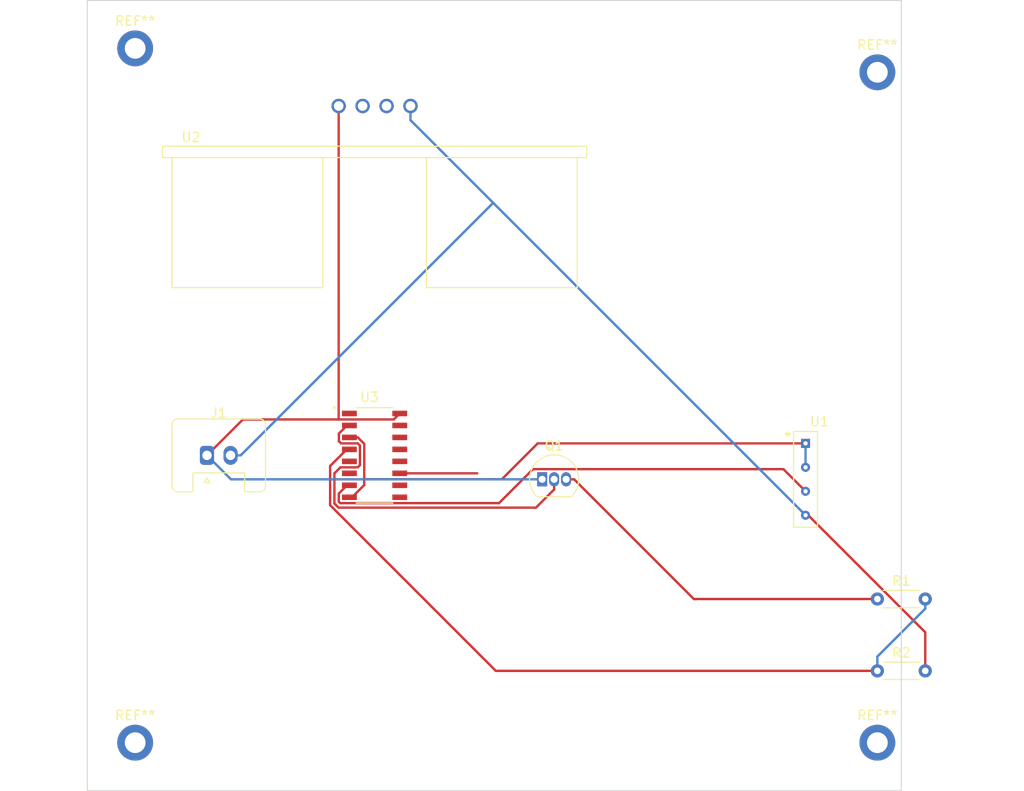
<source format=kicad_pcb>
(kicad_pcb (version 20211014) (generator pcbnew)
  (layers (0 "F.Cu" signal) (31 "B.Cu" signal) (34 "B.Paste" user) (35 "F.Paste" user) (36 "B.SilkS" user "B.Silkscreen") (37 "F.SilkS" user "F.Silkscreen") (38 "B.Mask" user) (39 "F.Mask" user) (44 "Edge.Cuts" user))
  (net 0 "")
  (net 1 "Net-(J1-Pad1)")
  (net 2 "Net-(J1-Pad2)")
  (net 3 "Net-(Q1-Pad2)")
  (net 4 "Net-(Q1-Pad3)")
  (net 5 "Net-(R1-Pad2)")
  (net 6 "Net-(U1-Pad1)")
  (net 7 "Net-(U1-Pad3)")
  (net 8 "Net-(U2-Pad2)")
  (net 9 "Net-(U2-Pad3)")
  (net 15 "Net-(U3-Pad11)")
  (net 16 "Net-(U3-Pad12)")
  (footprint "Resistor_THT:R_Axial_DIN0204_L3.6mm_D1.6mm_P5.08mm_Horizontal" (layer "F.Cu") (at 165.1 109.22)
    (fp_text reference "R2" (at 2.54 -1.92) (layer "F.SilkS"))
    (fp_text value "R")
    (fp_line (start 0.62 0.92) (end 4.46 0.92) (layer "F.SilkS") (width 0.12))
    (fp_line (start 0.62 -0.92) (end 4.46 -0.92) (layer "F.SilkS") (width 0.12))
    (pad "1" thru_hole circle (at 0 0) (size 1.4 1.4) (drill 0.7) (layers *.Cu *.Mask) (net 5 "Net-(R1-Pad2)"))
    (pad "2" thru_hole oval (at 5.08 0) (size 1.4 1.4) (drill 0.7) (layers *.Cu *.Mask) (net 2 "Net-(J1-Pad2)"))
  )
  (footprint "MountingHole:MountingHole_2.2mm_M2_DIN965_Pad" (layer "F.Cu") (at 86.36 43.18)
    (fp_text reference "REF**" (at 0 -2.9) (layer "F.SilkS"))
    (fp_text value "MountingHole_2.2mm_M2_DIN965_Pad")
    (pad "1" thru_hole circle (at 0 0) (size 3.8 3.8) (drill 2.2) (layers *.Cu *.Mask))
  )
  (footprint "MountingHole:MountingHole_2.2mm_M2_DIN965_Pad" (layer "F.Cu") (at 165.1 45.72)
    (fp_text reference "REF**" (at 0 -2.9) (layer "F.SilkS"))
    (fp_text value "MountingHole_2.2mm_M2_DIN965_Pad")
    (pad "1" thru_hole circle (at 0 0) (size 3.8 3.8) (drill 2.2) (layers *.Cu *.Mask))
  )
  (footprint "MountingHole:MountingHole_2.2mm_M2_DIN965_Pad" (layer "F.Cu") (at 165.1 116.84)
    (fp_text reference "REF**" (at 0 -2.9) (layer "F.SilkS"))
    (fp_text value "MountingHole_2.2mm_M2_DIN965_Pad")
    (pad "1" thru_hole circle (at 0 0) (size 3.8 3.8) (drill 2.2) (layers *.Cu *.Mask))
  )
  (footprint "Resistor_THT:R_Axial_DIN0204_L3.6mm_D1.6mm_P5.08mm_Horizontal" (layer "F.Cu") (at 165.1 101.6)
    (fp_text reference "R1" (at 2.54 -1.92) (layer "F.SilkS"))
    (fp_text value "R")
    (fp_line (start 0.62 0.92) (end 4.46 0.92) (layer "F.SilkS") (width 0.12))
    (fp_line (start 0.62 -0.92) (end 4.46 -0.92) (layer "F.SilkS") (width 0.12))
    (pad "1" thru_hole circle (at 0 0) (size 1.4 1.4) (drill 0.7) (layers *.Cu *.Mask) (net 4 "Net-(Q1-Pad3)"))
    (pad "2" thru_hole oval (at 5.08 0) (size 1.4 1.4) (drill 0.7) (layers *.Cu *.Mask) (net 5 "Net-(R1-Pad2)"))
  )
  (footprint "HX711:SOP127P600X180-16N" (layer "F.Cu") (at 111.76 86.36)
    (fp_text reference "U3" (at -0.535 -6.172) (layer "F.SilkS"))
    (fp_text value "HX711")
    (fp_line (start -1.95 -5.06) (end 1.95 -5.06) (layer "F.SilkS") (width 0.127))
    (fp_line (start -1.95 5.06) (end 1.95 5.06) (layer "F.SilkS") (width 0.127))
    (fp_circle (center -4.25 -5.035) (end -4.15 -5.035) (layer "F.SilkS") (width 0.2) (fill none))
    (pad "1" smd roundrect locked (at -2.67 -4.445) (size 1.58 0.59) (layers "F.Cu" "F.Paste" "F.Mask") (roundrect_rratio 0.07))
    (pad "2" smd roundrect locked (at -2.67 -3.175) (size 1.58 0.59) (layers "F.Cu" "F.Paste" "F.Mask") (roundrect_rratio 0.07) (net 3 "Net-(Q1-Pad2)"))
    (pad "3" smd roundrect locked (at -2.67 -1.905) (size 1.58 0.59) (layers "F.Cu" "F.Paste" "F.Mask") (roundrect_rratio 0.07) (net 6 "Net-(U1-Pad1)"))
    (pad "4" smd roundrect locked (at -2.67 -0.635) (size 1.58 0.59) (layers "F.Cu" "F.Paste" "F.Mask") (roundrect_rratio 0.07) (net 5 "Net-(R1-Pad2)"))
    (pad "5" smd roundrect locked (at -2.67 0.635) (size 1.58 0.59) (layers "F.Cu" "F.Paste" "F.Mask") (roundrect_rratio 0.07))
    (pad "6" smd roundrect locked (at -2.67 1.905) (size 1.58 0.59) (layers "F.Cu" "F.Paste" "F.Mask") (roundrect_rratio 0.07))
    (pad "7" smd roundrect locked (at -2.67 3.175) (size 1.58 0.59) (layers "F.Cu" "F.Paste" "F.Mask") (roundrect_rratio 0.07) (net 7 "Net-(U1-Pad3)"))
    (pad "8" smd roundrect locked (at -2.67 4.445) (size 1.58 0.59) (layers "F.Cu" "F.Paste" "F.Mask") (roundrect_rratio 0.07) (net 6 "Net-(U1-Pad1)"))
    (pad "9" smd roundrect locked (at 2.67 4.445) (size 1.58 0.59) (layers "F.Cu" "F.Paste" "F.Mask") (roundrect_rratio 0.07))
    (pad "10" smd roundrect locked (at 2.67 3.175) (size 1.58 0.59) (layers "F.Cu" "F.Paste" "F.Mask") (roundrect_rratio 0.07))
    (pad "11" smd roundrect locked (at 2.67 1.905) (size 1.58 0.59) (layers "F.Cu" "F.Paste" "F.Mask") (roundrect_rratio 0.07) (net 15 "Net-(U3-Pad11)"))
    (pad "12" smd roundrect locked (at 2.67 0.635) (size 1.58 0.59) (layers "F.Cu" "F.Paste" "F.Mask") (roundrect_rratio 0.07) (net 16 "Net-(U3-Pad12)"))
    (pad "13" smd roundrect locked (at 2.67 -0.635) (size 1.58 0.59) (layers "F.Cu" "F.Paste" "F.Mask") (roundrect_rratio 0.07))
    (pad "14" smd roundrect locked (at 2.67 -1.905) (size 1.58 0.59) (layers "F.Cu" "F.Paste" "F.Mask") (roundrect_rratio 0.07))
    (pad "15" smd roundrect locked (at 2.67 -3.175) (size 1.58 0.59) (layers "F.Cu" "F.Paste" "F.Mask") (roundrect_rratio 0.07))
    (pad "16" smd roundrect locked (at 2.67 -4.445) (size 1.58 0.59) (layers "F.Cu" "F.Paste" "F.Mask") (roundrect_rratio 0.07) (net 1 "Net-(J1-Pad1)"))
  )
  (footprint "Package_TO_SOT_THT:TO-92_Inline" (layer "F.Cu") (at 129.54 88.9)
    (fp_text reference "Q1" (at 1.27 -3.56) (layer "F.SilkS"))
    (fp_text value "2N3905")
    (fp_line (start -0.53 1.85) (end 3.07 1.85) (layer "F.SilkS") (width 0.12))
    (fp_arc (start -0.568478 1.838478) (mid -1.132087 -0.994977) (end 1.27 -2.6) (layer "F.SilkS") (width 0.12))
    (fp_arc (start 1.27 -2.6) (mid 3.672087 -0.994977) (end 3.108478 1.838478) (layer "F.SilkS") (width 0.12))
    (pad "1" thru_hole rect (at 0 0) (size 1.05 1.5) (drill 0.75) (layers *.Cu *.Mask) (net 1 "Net-(J1-Pad1)"))
    (pad "2" thru_hole oval (at 1.27 0) (size 1.05 1.5) (drill 0.75) (layers *.Cu *.Mask) (net 3 "Net-(Q1-Pad2)"))
    (pad "3" thru_hole oval (at 2.54 0) (size 1.05 1.5) (drill 0.75) (layers *.Cu *.Mask) (net 4 "Net-(Q1-Pad3)"))
  )
  (footprint "HC-SR04:XCVR_HC-SR04" (layer "F.Cu") (at 111.76 49.295)
    (fp_text reference "U2" (at -19.48505 3.31671) (layer "F.SilkS") (effects (font (size 1.00052 1.00052))))
    (fp_text value "HC-SR04")
    (fp_line (start 22.5 4.27) (end 22.5 5.47) (layer "F.SilkS") (width 0.127))
    (fp_line (start 21.5 5.47) (end 5.5 5.47) (layer "F.SilkS") (width 0.127))
    (fp_line (start -22.5 4.27) (end 22.5 4.27) (layer "F.SilkS") (width 0.127))
    (fp_line (start 5.5 5.47) (end -5.5 5.47) (layer "F.SilkS") (width 0.127))
    (fp_line (start -21.5 19.27) (end -5.5 19.27) (layer "F.SilkS") (width 0.127))
    (fp_line (start -5.5 5.47) (end -5.5 19.27) (layer "F.SilkS") (width 0.127))
    (fp_line (start -22.5 5.47) (end -22.5 4.27) (layer "F.SilkS") (width 0.127))
    (fp_line (start 22.5 5.47) (end 21.5 5.47) (layer "F.SilkS") (width 0.127))
    (fp_line (start 5.5 19.27) (end 21.5 19.27) (layer "F.SilkS") (width 0.127))
    (fp_line (start -21.5 5.47) (end -21.5 19.27) (layer "F.SilkS") (width 0.127))
    (fp_line (start -21.5 5.47) (end -22.5 5.47) (layer "F.SilkS") (width 0.127))
    (fp_line (start -5.5 5.47) (end -21.5 5.47) (layer "F.SilkS") (width 0.127))
    (fp_line (start 21.5 5.47) (end 21.5 19.27) (layer "F.SilkS") (width 0.127))
    (fp_line (start 5.5 5.47) (end 5.5 19.27) (layer "F.SilkS") (width 0.127))
    (pad "1" thru_hole circle locked (at -3.81 0) (size 1.53 1.53) (drill 1.02) (layers *.Cu *.Mask) (net 1 "Net-(J1-Pad1)"))
    (pad "2" thru_hole circle locked (at -1.27 0) (size 1.53 1.53) (drill 1.02) (layers *.Cu *.Mask) (net 8 "Net-(U2-Pad2)"))
    (pad "3" thru_hole circle locked (at 1.27 0) (size 1.53 1.53) (drill 1.02) (layers *.Cu *.Mask) (net 9 "Net-(U2-Pad3)"))
    (pad "4" thru_hole circle locked (at 3.81 0) (size 1.53 1.53) (drill 1.02) (layers *.Cu *.Mask) (net 2 "Net-(J1-Pad2)"))
  )
  (footprint "Connector_Stocko:Stocko_MKS_1651-6-0-202_1x2_P2.50mm_Vertical" (layer "F.Cu") (at 93.98 86.36)
    (fp_text reference "J1" (at 1.25 -4.5) (layer "F.SilkS"))
    (fp_text value "Conn_01x02_Female")
    (fp_line (start 5.6 3.86) (end 3.99 3.86) (layer "F.SilkS") (width 0.12))
    (fp_line (start -0.3 2.9) (end 0.3 2.9) (layer "F.SilkS") (width 0.12))
    (fp_line (start 0.3 2.9) (end 0 2.4) (layer "F.SilkS") (width 0.12))
    (fp_line (start -3.1 3.86) (end -1.49 3.86) (layer "F.SilkS") (width 0.12))
    (fp_line (start -1.49 1.86) (end 3.99 1.86) (layer "F.SilkS") (width 0.12))
    (fp_line (start -1.49 3.86) (end -1.49 1.86) (layer "F.SilkS") (width 0.12))
    (fp_line (start 3.99 3.86) (end 3.99 1.86) (layer "F.SilkS") (width 0.12))
    (fp_line (start 6.21 -3.25) (end 6.21 3.25) (layer "F.SilkS") (width 0.12))
    (fp_line (start 0 2.4) (end -0.3 2.9) (layer "F.SilkS") (width 0.12))
    (fp_line (start -3.71 -3.25) (end -3.71 3.25) (layer "F.SilkS") (width 0.12))
    (fp_line (start -3.1 -3.86) (end 5.6 -3.86) (layer "F.SilkS") (width 0.12))
    (fp_arc (start 6.21 3.25) (mid 6.031335 3.681335) (end 5.6 3.86) (layer "F.SilkS") (width 0.12))
    (fp_arc (start -3.71 -3.25) (mid -3.531335 -3.681335) (end -3.1 -3.86) (layer "F.SilkS") (width 0.12))
    (fp_arc (start 5.6 -3.86) (mid 6.031335 -3.681335) (end 6.21 -3.25) (layer "F.SilkS") (width 0.12))
    (fp_arc (start -3.1 3.86) (mid -3.531335 3.681335) (end -3.71 3.25) (layer "F.SilkS") (width 0.12))
    (pad "1" thru_hole roundrect (at 0 0) (size 1.5 2) (drill 1) (layers *.Cu *.Mask) (net 1 "Net-(J1-Pad1)"))
    (pad "2" thru_hole oval (at 2.5 0) (size 1.5 2) (drill 1) (layers *.Cu *.Mask) (net 2 "Net-(J1-Pad2)"))
  )
  (footprint "MountingHole:MountingHole_2.2mm_M2_DIN965_Pad" (layer "F.Cu") (at 86.36 116.84)
    (fp_text reference "REF**" (at 0 -2.9) (layer "F.SilkS"))
    (fp_text value "MountingHole_2.2mm_M2_DIN965_Pad")
    (pad "1" thru_hole circle (at 0 0) (size 3.8 3.8) (drill 2.2) (layers *.Cu *.Mask))
  )
  (footprint "FX1901-0001-0200-L:SENSOR_FX1901-0001-0200-L" (layer "F.Cu") (at 157.48 88.9)
    (fp_text reference "U1" (at 1.476355 -6.140665) (layer "F.SilkS") (effects (font (size 1.000921 1.000921))))
    (fp_text value "FX1901-0001-0200-L")
    (fp_line (start -1.27 -5.08) (end 1.27 -5.08) (layer "F.SilkS") (width 0.127))
    (fp_line (start -1.27 5.08) (end -1.27 -5.08) (layer "F.SilkS") (width 0.127))
    (fp_line (start 1.27 5.08) (end -1.27 5.08) (layer "F.SilkS") (width 0.127))
    (fp_line (start 1.27 -5.08) (end 1.27 5.08) (layer "F.SilkS") (width 0.127))
    (fp_circle (center -1.9 -4.8) (end -1.76 -4.8) (layer "F.SilkS") (width 0.28) (fill none))
    (pad "1" thru_hole rect locked (at 0 -3.81) (size 0.959 0.959) (drill 0.451) (layers *.Cu *.Mask) (net 6 "Net-(U1-Pad1)"))
    (pad "2" thru_hole circle locked (at 0 -1.27) (size 0.959 0.959) (drill 0.451) (layers *.Cu *.Mask) (net 6 "Net-(U1-Pad1)"))
    (pad "3" thru_hole circle locked (at 0 1.27) (size 0.959 0.959) (drill 0.451) (layers *.Cu *.Mask) (net 7 "Net-(U1-Pad3)"))
    (pad "4" thru_hole circle locked (at 0 3.81) (size 0.959 0.959) (drill 0.451) (layers *.Cu *.Mask) (net 2 "Net-(J1-Pad2)"))
  )
  (gr_line (start 81.28 121.92) (end 81.28 38.1) (layer "Edge.Cuts") (width 0.1))
  (gr_line (start 81.28 38.1) (end 167.64 38.1) (layer "Edge.Cuts") (width 0.1))
  (gr_line (start 167.64 38.1) (end 167.64 121.92) (layer "Edge.Cuts") (width 0.1))
  (gr_line (start 167.64 121.92) (end 81.28 121.92) (layer "Edge.Cuts") (width 0.1))
  (segment (start 107.95 82.55) (end 107.95 49.295) (width 0.25) (layer "F.Cu") (net 1))
  (segment (start 113.795 82.55) (end 114.43 81.915) (width 0.25) (layer "F.Cu") (net 1))
  (segment (start 97.79 82.55) (end 107.95 82.55) (width 0.25) (layer "F.Cu") (net 1))
  (segment (start 107.95 82.55) (end 113.795 82.55) (width 0.25) (layer "F.Cu") (net 1))
  (segment (start 93.98 86.36) (end 97.79 82.55) (width 0.25) (layer "F.Cu") (net 1))
  (segment (start 93.98 86.36) (end 96.52 88.9) (width 0.25) (layer "B.Cu") (net 1))
  (segment (start 96.52 88.9) (end 129.54 88.9) (width 0.25) (layer "B.Cu") (net 1))
  (segment (start 157.7619 92.71) (end 170.18 105.1281) (width 0.25) (layer "F.Cu") (net 2))
  (segment (start 157.48 92.71) (end 157.7619 92.71) (width 0.25) (layer "F.Cu") (net 2))
  (segment (start 170.18 105.1281) (end 170.18 109.22) (width 0.25) (layer "F.Cu") (net 2))
  (segment (start 96.48 86.36) (end 97.5553 86.36) (width 0.25) (layer "B.Cu") (net 2))
  (segment (start 97.5553 86.36) (end 124.3427 59.5726) (width 0.25) (layer "B.Cu") (net 2))
  (segment (start 124.3427 59.5726) (end 157.48 92.71) (width 0.25) (layer "B.Cu") (net 2))
  (segment (start 115.57 50.8) (end 124.3427 59.5726) (width 0.25) (layer "B.Cu") (net 2))
  (segment (start 115.57 49.295) (end 115.57 50.8) (width 0.25) (layer "B.Cu") (net 2))
  (segment (start 109.9761 87.63) (end 108.1332 87.63) (width 0.25) (layer "F.Cu") (net 3))
  (segment (start 128.8791 91.9062) (end 130.81 89.9753) (width 0.25) (layer "F.Cu") (net 3))
  (segment (start 107.9744 84.0491) (end 107.9744 84.8605) (width 0.25) (layer "F.Cu") (net 3))
  (segment (start 130.81 88.9) (end 130.81 89.9753) (width 0.25) (layer "F.Cu") (net 3))
  (segment (start 108.8385 83.185) (end 107.9744 84.0491) (width 0.25) (layer "F.Cu") (net 3))
  (segment (start 108.1332 87.63) (end 107.4992 88.264) (width 0.25) (layer "F.Cu") (net 3))
  (segment (start 110.2055 87.4006) (end 109.9761 87.63) (width 0.25) (layer "F.Cu") (net 3))
  (segment (start 109.9768 85.0891) (end 110.2055 85.3178) (width 0.25) (layer "F.Cu") (net 3))
  (segment (start 107.4992 91.4617) (end 107.9437 91.9062) (width 0.25) (layer "F.Cu") (net 3))
  (segment (start 107.9744 84.8605) (end 108.203 85.0891) (width 0.25) (layer "F.Cu") (net 3))
  (segment (start 108.203 85.0891) (end 109.9768 85.0891) (width 0.25) (layer "F.Cu") (net 3))
  (segment (start 110.2055 85.3178) (end 110.2055 87.4006) (width 0.25) (layer "F.Cu") (net 3))
  (segment (start 107.4992 88.264) (end 107.4992 91.4617) (width 0.25) (layer "F.Cu") (net 3))
  (segment (start 107.9437 91.9062) (end 128.8791 91.9062) (width 0.25) (layer "F.Cu") (net 3))
  (segment (start 109.09 83.185) (end 108.8385 83.185) (width 0.25) (layer "F.Cu") (net 3))
  (segment (start 132.08 88.9) (end 132.9303 88.9) (width 0.25) (layer "F.Cu") (net 4))
  (segment (start 145.6303 101.6) (end 132.9303 88.9) (width 0.25) (layer "F.Cu") (net 4))
  (segment (start 165.1 101.6) (end 145.6303 101.6) (width 0.25) (layer "F.Cu") (net 4))
  (segment (start 107.0441 87.4882) (end 107.0441 91.6435) (width 0.25) (layer "F.Cu") (net 5))
  (segment (start 107.0441 91.6435) (end 124.6206 109.22) (width 0.25) (layer "F.Cu") (net 5))
  (segment (start 108.8073 85.725) (end 107.0441 87.4882) (width 0.25) (layer "F.Cu") (net 5))
  (segment (start 109.09 85.725) (end 108.8073 85.725) (width 0.25) (layer "F.Cu") (net 5))
  (segment (start 124.6206 109.22) (end 165.1 109.22) (width 0.25) (layer "F.Cu") (net 5))
  (segment (start 170.18 101.6) (end 170.18 102.6253) (width 0.25) (layer "B.Cu") (net 5))
  (segment (start 165.1 107.7053) (end 165.1 109.22) (width 0.25) (layer "B.Cu") (net 5))
  (segment (start 170.18 102.6253) (end 165.1 107.7053) (width 0.25) (layer "B.Cu") (net 5))
  (segment (start 110.6634 89.504) (end 110.6634 88.9) (width 0.25) (layer "F.Cu") (net 6))
  (segment (start 129.0648 85.09) (end 157.48 85.09) (width 0.25) (layer "F.Cu") (net 6))
  (segment (start 110.6634 85.1387) (end 109.9797 84.455) (width 0.25) (layer "F.Cu") (net 6))
  (segment (start 109.3624 90.805) (end 110.6634 89.504) (width 0.25) (layer "F.Cu") (net 6))
  (segment (start 110.6634 88.9) (end 125.2548 88.9) (width 0.25) (layer "F.Cu") (net 6))
  (segment (start 109.09 90.805) (end 109.3624 90.805) (width 0.25) (layer "F.Cu") (net 6))
  (segment (start 125.2548 88.9) (end 129.0648 85.09) (width 0.25) (layer "F.Cu") (net 6))
  (segment (start 109.9797 84.455) (end 109.09 84.455) (width 0.25) (layer "F.Cu") (net 6))
  (segment (start 110.6634 88.9) (end 110.6634 85.1387) (width 0.25) (layer "F.Cu") (net 6))
  (segment (start 157.48 87.63) (end 157.48 85.09) (width 0.25) (layer "B.Cu") (net 6))
  (segment (start 107.9674 90.4065) (end 107.9674 91.2716) (width 0.25) (layer "F.Cu") (net 7))
  (segment (start 108.8389 89.535) (end 107.9674 90.4065) (width 0.25) (layer "F.Cu") (net 7))
  (segment (start 155.1323 87.8223) (end 157.48 90.17) (width 0.25) (layer "F.Cu") (net 7))
  (segment (start 109.09 89.535) (end 108.8389 89.535) (width 0.25) (layer "F.Cu") (net 7))
  (segment (start 128.562 87.8223) (end 155.1323 87.8223) (width 0.25) (layer "F.Cu") (net 7))
  (segment (start 107.9674 91.2716) (end 108.1214 91.4256) (width 0.25) (layer "F.Cu") (net 7))
  (segment (start 124.9587 91.4256) (end 128.562 87.8223) (width 0.25) (layer "F.Cu") (net 7))
  (segment (start 108.1214 91.4256) (end 124.9587 91.4256) (width 0.25) (layer "F.Cu") (net 7))
  (segment (start 114.43 88.265) (end 122.6503 88.265) (width 0.25) (layer "F.Cu") (net 15))
)
</source>
